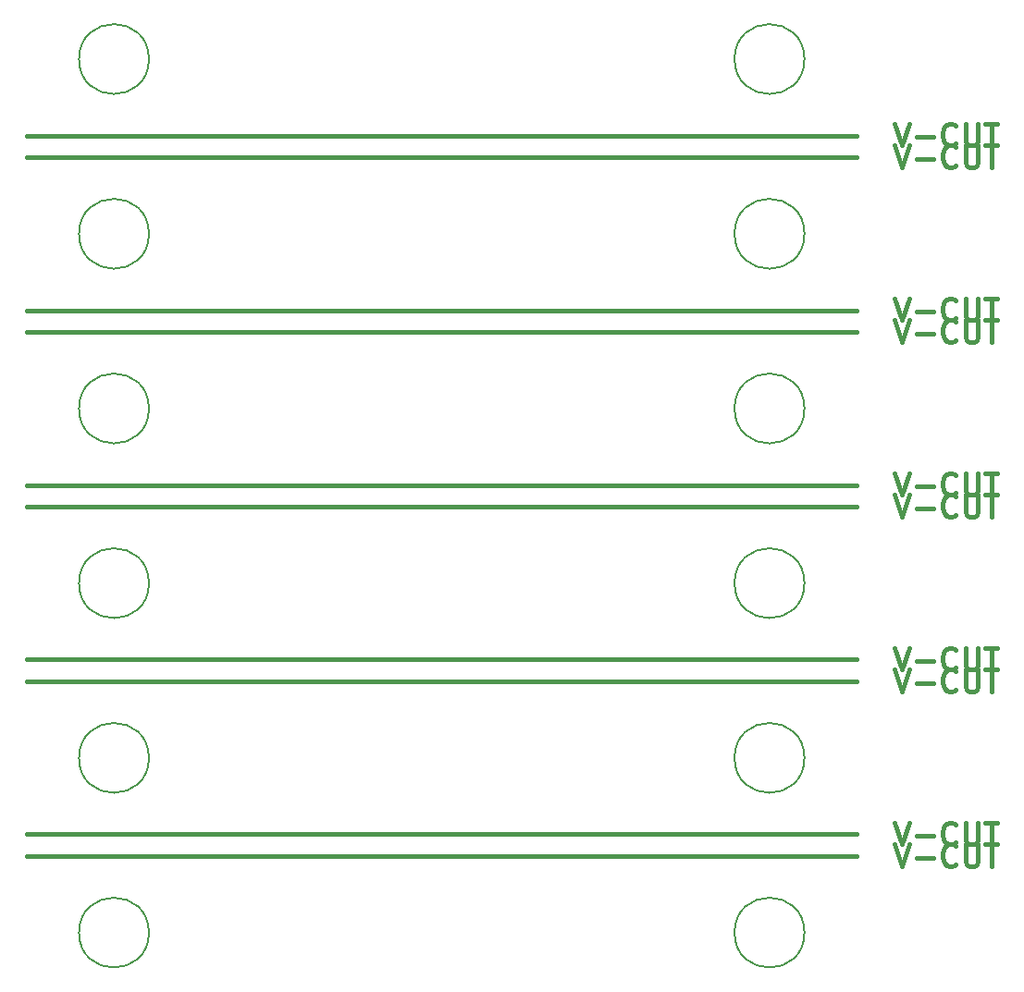
<source format=gbr>
G04 #@! TF.GenerationSoftware,KiCad,Pcbnew,6.0.4-6f826c9f35~116~ubuntu20.04.1*
G04 #@! TF.CreationDate,2022-05-04T20:07:54+01:00*
G04 #@! TF.ProjectId,boostAAA-panel,626f6f73-7441-4414-912d-70616e656c2e,rev?*
G04 #@! TF.SameCoordinates,Original*
G04 #@! TF.FileFunction,Other,Comment*
%FSLAX46Y46*%
G04 Gerber Fmt 4.6, Leading zero omitted, Abs format (unit mm)*
G04 Created by KiCad (PCBNEW 6.0.4-6f826c9f35~116~ubuntu20.04.1) date 2022-05-04 20:07:54*
%MOMM*%
%LPD*%
G01*
G04 APERTURE LIST*
%ADD10C,0.400000*%
%ADD11C,0.150000*%
G04 APERTURE END LIST*
D10*
X12000000Y-93000000D02*
X87996891Y-93000000D01*
X12000000Y-45000000D02*
X87996891Y-45000000D01*
X12000000Y-29000000D02*
X87996891Y-29000000D01*
X12000000Y-63000000D02*
X87996891Y-63000000D01*
X12000000Y-61000000D02*
X87996891Y-61000000D01*
X12000000Y-79000000D02*
X87996891Y-79000000D01*
X12000000Y-95000000D02*
X87996891Y-95000000D01*
X12000000Y-47000000D02*
X87996891Y-47000000D01*
X12000000Y-77000000D02*
X87996891Y-77000000D01*
X12000000Y-31000000D02*
X87996891Y-31000000D01*
X91447367Y-75904761D02*
X92114033Y-77904761D01*
X92780700Y-75904761D01*
X93447367Y-77142857D02*
X94971176Y-77142857D01*
X97066414Y-77714285D02*
X96971176Y-77809523D01*
X96685462Y-77904761D01*
X96494986Y-77904761D01*
X96209271Y-77809523D01*
X96018795Y-77619047D01*
X95923557Y-77428571D01*
X95828319Y-77047619D01*
X95828319Y-76761904D01*
X95923557Y-76380952D01*
X96018795Y-76190476D01*
X96209271Y-76000000D01*
X96494986Y-75904761D01*
X96685462Y-75904761D01*
X96971176Y-76000000D01*
X97066414Y-76095238D01*
X97923557Y-75904761D02*
X97923557Y-77523809D01*
X98018795Y-77714285D01*
X98114033Y-77809523D01*
X98304510Y-77904761D01*
X98685462Y-77904761D01*
X98875938Y-77809523D01*
X98971176Y-77714285D01*
X99066414Y-77523809D01*
X99066414Y-75904761D01*
X99733081Y-75904761D02*
X100875938Y-75904761D01*
X100304510Y-77904761D02*
X100304510Y-75904761D01*
X91447367Y-29904761D02*
X92114033Y-31904761D01*
X92780700Y-29904761D01*
X93447367Y-31142857D02*
X94971176Y-31142857D01*
X97066414Y-31714285D02*
X96971176Y-31809523D01*
X96685462Y-31904761D01*
X96494986Y-31904761D01*
X96209271Y-31809523D01*
X96018795Y-31619047D01*
X95923557Y-31428571D01*
X95828319Y-31047619D01*
X95828319Y-30761904D01*
X95923557Y-30380952D01*
X96018795Y-30190476D01*
X96209271Y-30000000D01*
X96494986Y-29904761D01*
X96685462Y-29904761D01*
X96971176Y-30000000D01*
X97066414Y-30095238D01*
X97923557Y-29904761D02*
X97923557Y-31523809D01*
X98018795Y-31714285D01*
X98114033Y-31809523D01*
X98304510Y-31904761D01*
X98685462Y-31904761D01*
X98875938Y-31809523D01*
X98971176Y-31714285D01*
X99066414Y-31523809D01*
X99066414Y-29904761D01*
X99733081Y-29904761D02*
X100875938Y-29904761D01*
X100304510Y-31904761D02*
X100304510Y-29904761D01*
X91447367Y-93904761D02*
X92114033Y-95904761D01*
X92780700Y-93904761D01*
X93447367Y-95142857D02*
X94971176Y-95142857D01*
X97066414Y-95714285D02*
X96971176Y-95809523D01*
X96685462Y-95904761D01*
X96494986Y-95904761D01*
X96209271Y-95809523D01*
X96018795Y-95619047D01*
X95923557Y-95428571D01*
X95828319Y-95047619D01*
X95828319Y-94761904D01*
X95923557Y-94380952D01*
X96018795Y-94190476D01*
X96209271Y-94000000D01*
X96494986Y-93904761D01*
X96685462Y-93904761D01*
X96971176Y-94000000D01*
X97066414Y-94095238D01*
X97923557Y-93904761D02*
X97923557Y-95523809D01*
X98018795Y-95714285D01*
X98114033Y-95809523D01*
X98304510Y-95904761D01*
X98685462Y-95904761D01*
X98875938Y-95809523D01*
X98971176Y-95714285D01*
X99066414Y-95523809D01*
X99066414Y-93904761D01*
X99733081Y-93904761D02*
X100875938Y-93904761D01*
X100304510Y-95904761D02*
X100304510Y-93904761D01*
X91447367Y-61904761D02*
X92114033Y-63904761D01*
X92780700Y-61904761D01*
X93447367Y-63142857D02*
X94971176Y-63142857D01*
X97066414Y-63714285D02*
X96971176Y-63809523D01*
X96685462Y-63904761D01*
X96494986Y-63904761D01*
X96209271Y-63809523D01*
X96018795Y-63619047D01*
X95923557Y-63428571D01*
X95828319Y-63047619D01*
X95828319Y-62761904D01*
X95923557Y-62380952D01*
X96018795Y-62190476D01*
X96209271Y-62000000D01*
X96494986Y-61904761D01*
X96685462Y-61904761D01*
X96971176Y-62000000D01*
X97066414Y-62095238D01*
X97923557Y-61904761D02*
X97923557Y-63523809D01*
X98018795Y-63714285D01*
X98114033Y-63809523D01*
X98304510Y-63904761D01*
X98685462Y-63904761D01*
X98875938Y-63809523D01*
X98971176Y-63714285D01*
X99066414Y-63523809D01*
X99066414Y-61904761D01*
X99733081Y-61904761D02*
X100875938Y-61904761D01*
X100304510Y-63904761D02*
X100304510Y-61904761D01*
X91447367Y-91904761D02*
X92114033Y-93904761D01*
X92780700Y-91904761D01*
X93447367Y-93142857D02*
X94971176Y-93142857D01*
X97066414Y-93714285D02*
X96971176Y-93809523D01*
X96685462Y-93904761D01*
X96494986Y-93904761D01*
X96209271Y-93809523D01*
X96018795Y-93619047D01*
X95923557Y-93428571D01*
X95828319Y-93047619D01*
X95828319Y-92761904D01*
X95923557Y-92380952D01*
X96018795Y-92190476D01*
X96209271Y-92000000D01*
X96494986Y-91904761D01*
X96685462Y-91904761D01*
X96971176Y-92000000D01*
X97066414Y-92095238D01*
X97923557Y-91904761D02*
X97923557Y-93523809D01*
X98018795Y-93714285D01*
X98114033Y-93809523D01*
X98304510Y-93904761D01*
X98685462Y-93904761D01*
X98875938Y-93809523D01*
X98971176Y-93714285D01*
X99066414Y-93523809D01*
X99066414Y-91904761D01*
X99733081Y-91904761D02*
X100875938Y-91904761D01*
X100304510Y-93904761D02*
X100304510Y-91904761D01*
X91447367Y-43904761D02*
X92114033Y-45904761D01*
X92780700Y-43904761D01*
X93447367Y-45142857D02*
X94971176Y-45142857D01*
X97066414Y-45714285D02*
X96971176Y-45809523D01*
X96685462Y-45904761D01*
X96494986Y-45904761D01*
X96209271Y-45809523D01*
X96018795Y-45619047D01*
X95923557Y-45428571D01*
X95828319Y-45047619D01*
X95828319Y-44761904D01*
X95923557Y-44380952D01*
X96018795Y-44190476D01*
X96209271Y-44000000D01*
X96494986Y-43904761D01*
X96685462Y-43904761D01*
X96971176Y-44000000D01*
X97066414Y-44095238D01*
X97923557Y-43904761D02*
X97923557Y-45523809D01*
X98018795Y-45714285D01*
X98114033Y-45809523D01*
X98304510Y-45904761D01*
X98685462Y-45904761D01*
X98875938Y-45809523D01*
X98971176Y-45714285D01*
X99066414Y-45523809D01*
X99066414Y-43904761D01*
X99733081Y-43904761D02*
X100875938Y-43904761D01*
X100304510Y-45904761D02*
X100304510Y-43904761D01*
X91447367Y-45904761D02*
X92114033Y-47904761D01*
X92780700Y-45904761D01*
X93447367Y-47142857D02*
X94971176Y-47142857D01*
X97066414Y-47714285D02*
X96971176Y-47809523D01*
X96685462Y-47904761D01*
X96494986Y-47904761D01*
X96209271Y-47809523D01*
X96018795Y-47619047D01*
X95923557Y-47428571D01*
X95828319Y-47047619D01*
X95828319Y-46761904D01*
X95923557Y-46380952D01*
X96018795Y-46190476D01*
X96209271Y-46000000D01*
X96494986Y-45904761D01*
X96685462Y-45904761D01*
X96971176Y-46000000D01*
X97066414Y-46095238D01*
X97923557Y-45904761D02*
X97923557Y-47523809D01*
X98018795Y-47714285D01*
X98114033Y-47809523D01*
X98304510Y-47904761D01*
X98685462Y-47904761D01*
X98875938Y-47809523D01*
X98971176Y-47714285D01*
X99066414Y-47523809D01*
X99066414Y-45904761D01*
X99733081Y-45904761D02*
X100875938Y-45904761D01*
X100304510Y-47904761D02*
X100304510Y-45904761D01*
X91447367Y-77904761D02*
X92114033Y-79904761D01*
X92780700Y-77904761D01*
X93447367Y-79142857D02*
X94971176Y-79142857D01*
X97066414Y-79714285D02*
X96971176Y-79809523D01*
X96685462Y-79904761D01*
X96494986Y-79904761D01*
X96209271Y-79809523D01*
X96018795Y-79619047D01*
X95923557Y-79428571D01*
X95828319Y-79047619D01*
X95828319Y-78761904D01*
X95923557Y-78380952D01*
X96018795Y-78190476D01*
X96209271Y-78000000D01*
X96494986Y-77904761D01*
X96685462Y-77904761D01*
X96971176Y-78000000D01*
X97066414Y-78095238D01*
X97923557Y-77904761D02*
X97923557Y-79523809D01*
X98018795Y-79714285D01*
X98114033Y-79809523D01*
X98304510Y-79904761D01*
X98685462Y-79904761D01*
X98875938Y-79809523D01*
X98971176Y-79714285D01*
X99066414Y-79523809D01*
X99066414Y-77904761D01*
X99733081Y-77904761D02*
X100875938Y-77904761D01*
X100304510Y-79904761D02*
X100304510Y-77904761D01*
X91447367Y-59904761D02*
X92114033Y-61904761D01*
X92780700Y-59904761D01*
X93447367Y-61142857D02*
X94971176Y-61142857D01*
X97066414Y-61714285D02*
X96971176Y-61809523D01*
X96685462Y-61904761D01*
X96494986Y-61904761D01*
X96209271Y-61809523D01*
X96018795Y-61619047D01*
X95923557Y-61428571D01*
X95828319Y-61047619D01*
X95828319Y-60761904D01*
X95923557Y-60380952D01*
X96018795Y-60190476D01*
X96209271Y-60000000D01*
X96494986Y-59904761D01*
X96685462Y-59904761D01*
X96971176Y-60000000D01*
X97066414Y-60095238D01*
X97923557Y-59904761D02*
X97923557Y-61523809D01*
X98018795Y-61714285D01*
X98114033Y-61809523D01*
X98304510Y-61904761D01*
X98685462Y-61904761D01*
X98875938Y-61809523D01*
X98971176Y-61714285D01*
X99066414Y-61523809D01*
X99066414Y-59904761D01*
X99733081Y-59904761D02*
X100875938Y-59904761D01*
X100304510Y-61904761D02*
X100304510Y-59904761D01*
X91447367Y-27904761D02*
X92114033Y-29904761D01*
X92780700Y-27904761D01*
X93447367Y-29142857D02*
X94971176Y-29142857D01*
X97066414Y-29714285D02*
X96971176Y-29809523D01*
X96685462Y-29904761D01*
X96494986Y-29904761D01*
X96209271Y-29809523D01*
X96018795Y-29619047D01*
X95923557Y-29428571D01*
X95828319Y-29047619D01*
X95828319Y-28761904D01*
X95923557Y-28380952D01*
X96018795Y-28190476D01*
X96209271Y-28000000D01*
X96494986Y-27904761D01*
X96685462Y-27904761D01*
X96971176Y-28000000D01*
X97066414Y-28095238D01*
X97923557Y-27904761D02*
X97923557Y-29523809D01*
X98018795Y-29714285D01*
X98114033Y-29809523D01*
X98304510Y-29904761D01*
X98685462Y-29904761D01*
X98875938Y-29809523D01*
X98971176Y-29714285D01*
X99066414Y-29523809D01*
X99066414Y-27904761D01*
X99733081Y-27904761D02*
X100875938Y-27904761D01*
X100304510Y-29904761D02*
X100304510Y-27904761D01*
D11*
G04 #@! TO.C,H2*
X83198446Y-70000000D02*
G75*
G03*
X83198446Y-70000000I-3200000J0D01*
G01*
X83198446Y-22000000D02*
G75*
G03*
X83198446Y-22000000I-3200000J0D01*
G01*
G04 #@! TO.C,H1*
X23198446Y-38000000D02*
G75*
G03*
X23198446Y-38000000I-3200000J0D01*
G01*
G04 #@! TO.C,H2*
X83198446Y-54000000D02*
G75*
G03*
X83198446Y-54000000I-3200000J0D01*
G01*
X83198446Y-38000000D02*
G75*
G03*
X83198446Y-38000000I-3200000J0D01*
G01*
G04 #@! TO.C,H1*
X23198446Y-54000000D02*
G75*
G03*
X23198446Y-54000000I-3200000J0D01*
G01*
X23198446Y-102000000D02*
G75*
G03*
X23198446Y-102000000I-3200000J0D01*
G01*
X23198446Y-70000000D02*
G75*
G03*
X23198446Y-70000000I-3200000J0D01*
G01*
X23198446Y-86000000D02*
G75*
G03*
X23198446Y-86000000I-3200000J0D01*
G01*
X23198446Y-22000000D02*
G75*
G03*
X23198446Y-22000000I-3200000J0D01*
G01*
G04 #@! TO.C,H2*
X83198446Y-86000000D02*
G75*
G03*
X83198446Y-86000000I-3200000J0D01*
G01*
X83198446Y-102000000D02*
G75*
G03*
X83198446Y-102000000I-3200000J0D01*
G01*
G04 #@! TD*
M02*

</source>
